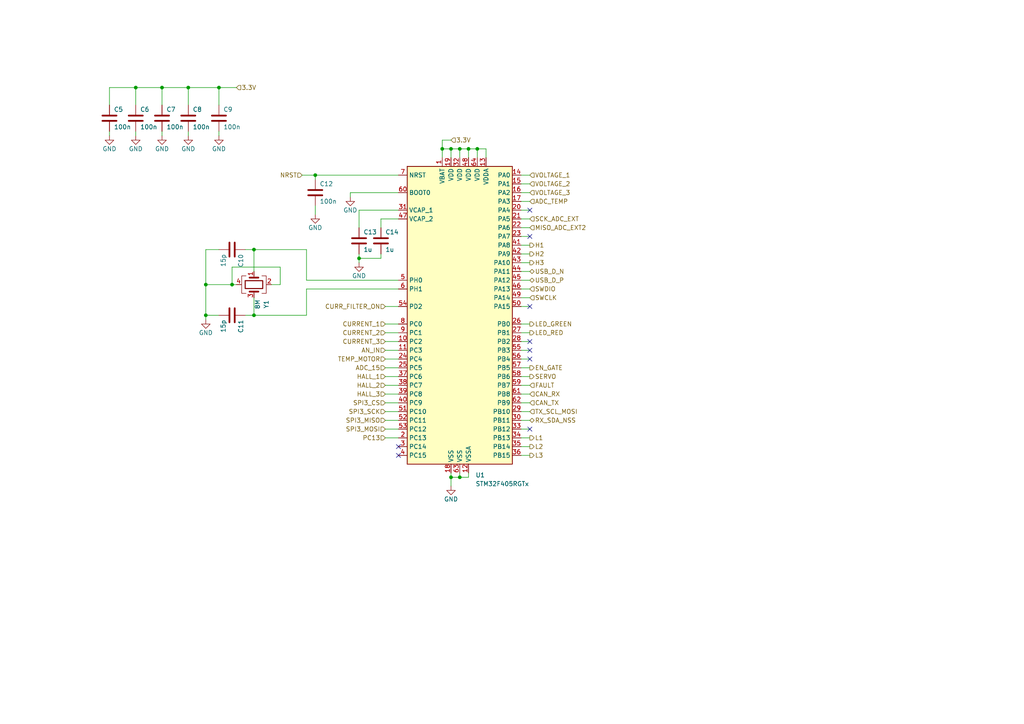
<source format=kicad_sch>
(kicad_sch (version 20231120) (generator "eeschema") (generator_version "8.0")
  (paper "A4")
  (lib_symbols
    (symbol "Device:C" (pin_numbers hide) (pin_names (offset 0.254))
      (property "Reference" "C" (at 0.635 2.54 0))
      (property "Value" "C" (at 0.635 -2.54 0))
      (symbol "C_0_1"
        (polyline (pts (xy -2.032 -0.762) (xy 2.032 -0.762)) (stroke (width 0.508)))
        (polyline (pts (xy -2.032 0.762) (xy 2.032 0.762)) (stroke (width 0.508)))
      )
      (symbol "C_1_1"
        (pin passive line (at 0 3.81 270) (length 2.794) (name "~") (number "1"))
        (pin passive line (at 0 -3.81 90) (length 2.794) (name "~") (number "2"))
      )
    )
    (symbol "Device:Crystal_GND24" (pin_names (offset 1.016) hide)
      (property "Reference" "Y" (at 3.175 5.08 0))
      (property "Value" "Crystal_GND24" (at 3.175 3.175 0))
      (symbol "Crystal_GND24_0_1"
        (rectangle (start -1.143 2.54) (end 1.143 -2.54) (stroke (width 0.3048)))
        (polyline (pts (xy -2.54 0) (xy -2.032 0)))
        (polyline (pts (xy -2.032 -1.27) (xy -2.032 1.27)) (stroke (width 0.508)))
        (polyline (pts (xy 0 -3.81) (xy 0 -3.556)))
        (polyline (pts (xy 0 3.556) (xy 0 3.81)))
        (polyline (pts (xy 2.032 -1.27) (xy 2.032 1.27)) (stroke (width 0.508)))
        (polyline (pts (xy 2.032 0) (xy 2.54 0)))
        (polyline (pts (xy -2.54 -2.286) (xy -2.54 -3.556) (xy 2.54 -3.556) (xy 2.54 -2.286)))
        (polyline (pts (xy -2.54 2.286) (xy -2.54 3.556) (xy 2.54 3.556) (xy 2.54 2.286)))
      )
      (symbol "Crystal_GND24_1_1"
        (pin passive line (at -3.81 0 0) (length 1.27) (name "1") (number "1"))
        (pin passive line (at 0 5.08 270) (length 1.27) (name "2") (number "2"))
        (pin passive line (at 3.81 0 180) (length 1.27) (name "3") (number "3"))
        (pin passive line (at 0 -5.08 90) (length 1.27) (name "4") (number "4"))
      )
    )
    (symbol "MCU_ST_STM32F4:STM32F405RGTx"
      (property "Reference" "U" (at -15.24 44.45 0))
      (property "Value" "STM32F405RGTx" (at 10.16 44.45 0))
      (symbol "STM32F405RGTx_0_1"
        (rectangle (start -15.24 -43.18) (end 15.24 43.18) (stroke (width 0.254)) (fill (type background)))
      )
      (symbol "STM32F405RGTx_1_1"
        (pin power_in line (at -5.08 45.72 270) (length 2.54) (name "VBAT") (number "1"))
        (pin bidirectional line (at -17.78 -7.62 0) (length 2.54) (name "PC2") (number "10"))
        (pin bidirectional line (at -17.78 -10.16 0) (length 2.54) (name "PC3") (number "11"))
        (pin power_in line (at 2.54 -45.72 90) (length 2.54) (name "VSSA") (number "12"))
        (pin power_in line (at 7.62 45.72 270) (length 2.54) (name "VDDA") (number "13"))
        (pin bidirectional line (at 17.78 40.64 180) (length 2.54) (name "PA0") (number "14"))
        (pin bidirectional line (at 17.78 38.1 180) (length 2.54) (name "PA1") (number "15"))
        (pin bidirectional line (at 17.78 35.56 180) (length 2.54) (name "PA2") (number "16"))
        (pin bidirectional line (at 17.78 33.02 180) (length 2.54) (name "PA3") (number "17"))
        (pin power_in line (at -2.54 -45.72 90) (length 2.54) (name "VSS") (number "18"))
        (pin power_in line (at -2.54 45.72 270) (length 2.54) (name "VDD") (number "19"))
        (pin bidirectional line (at -17.78 -35.56 0) (length 2.54) (name "PC13") (number "2"))
        (pin bidirectional line (at 17.78 30.48 180) (length 2.54) (name "PA4") (number "20"))
        (pin bidirectional line (at 17.78 27.94 180) (length 2.54) (name "PA5") (number "21"))
        (pin bidirectional line (at 17.78 25.4 180) (length 2.54) (name "PA6") (number "22"))
        (pin bidirectional line (at 17.78 22.86 180) (length 2.54) (name "PA7") (number "23"))
        (pin bidirectional line (at -17.78 -12.7 0) (length 2.54) (name "PC4") (number "24"))
        (pin bidirectional line (at -17.78 -15.24 0) (length 2.54) (name "PC5") (number "25"))
        (pin bidirectional line (at 17.78 -2.54 180) (length 2.54) (name "PB0") (number "26"))
        (pin bidirectional line (at 17.78 -5.08 180) (length 2.54) (name "PB1") (number "27"))
        (pin bidirectional line (at 17.78 -7.62 180) (length 2.54) (name "PB2") (number "28"))
        (pin bidirectional line (at 17.78 -27.94 180) (length 2.54) (name "PB10") (number "29"))
        (pin bidirectional line (at -17.78 -38.1 0) (length 2.54) (name "PC14") (number "3"))
        (pin bidirectional line (at 17.78 -30.48 180) (length 2.54) (name "PB11") (number "30"))
        (pin power_in line (at -17.78 30.48 0) (length 2.54) (name "VCAP_1") (number "31"))
        (pin power_in line (at 0 45.72 270) (length 2.54) (name "VDD") (number "32"))
        (pin bidirectional line (at 17.78 -33.02 180) (length 2.54) (name "PB12") (number "33"))
        (pin bidirectional line (at 17.78 -35.56 180) (length 2.54) (name "PB13") (number "34"))
        (pin bidirectional line (at 17.78 -38.1 180) (length 2.54) (name "PB14") (number "35"))
        (pin bidirectional line (at 17.78 -40.64 180) (length 2.54) (name "PB15") (number "36"))
        (pin bidirectional line (at -17.78 -17.78 0) (length 2.54) (name "PC6") (number "37"))
        (pin bidirectional line (at -17.78 -20.32 0) (length 2.54) (name "PC7") (number "38"))
        (pin bidirectional line (at -17.78 -22.86 0) (length 2.54) (name "PC8") (number "39"))
        (pin bidirectional line (at -17.78 -40.64 0) (length 2.54) (name "PC15") (number "4"))
        (pin bidirectional line (at -17.78 -25.4 0) (length 2.54) (name "PC9") (number "40"))
        (pin bidirectional line (at 17.78 20.32 180) (length 2.54) (name "PA8") (number "41"))
        (pin bidirectional line (at 17.78 17.78 180) (length 2.54) (name "PA9") (number "42"))
        (pin bidirectional line (at 17.78 15.24 180) (length 2.54) (name "PA10") (number "43"))
        (pin bidirectional line (at 17.78 12.7 180) (length 2.54) (name "PA11") (number "44"))
        (pin bidirectional line (at 17.78 10.16 180) (length 2.54) (name "PA12") (number "45"))
        (pin bidirectional line (at 17.78 7.62 180) (length 2.54) (name "PA13") (number "46"))
        (pin power_in line (at -17.78 27.94 0) (length 2.54) (name "VCAP_2") (number "47"))
        (pin power_in line (at 2.54 45.72 270) (length 2.54) (name "VDD") (number "48"))
        (pin bidirectional line (at 17.78 5.08 180) (length 2.54) (name "PA14") (number "49"))
        (pin input line (at -17.78 10.16 0) (length 2.54) (name "PH0") (number "5"))
        (pin bidirectional line (at 17.78 2.54 180) (length 2.54) (name "PA15") (number "50"))
        (pin bidirectional line (at -17.78 -27.94 0) (length 2.54) (name "PC10") (number "51"))
        (pin bidirectional line (at -17.78 -30.48 0) (length 2.54) (name "PC11") (number "52"))
        (pin bidirectional line (at -17.78 -33.02 0) (length 2.54) (name "PC12") (number "53"))
        (pin bidirectional line (at -17.78 2.54 0) (length 2.54) (name "PD2") (number "54"))
        (pin bidirectional line (at 17.78 -10.16 180) (length 2.54) (name "PB3") (number "55"))
        (pin bidirectional line (at 17.78 -12.7 180) (length 2.54) (name "PB4") (number "56"))
        (pin bidirectional line (at 17.78 -15.24 180) (length 2.54) (name "PB5") (number "57"))
        (pin bidirectional line (at 17.78 -17.78 180) (length 2.54) (name "PB6") (number "58"))
        (pin bidirectional line (at 17.78 -20.32 180) (length 2.54) (name "PB7") (number "59"))
        (pin input line (at -17.78 7.62 0) (length 2.54) (name "PH1") (number "6"))
        (pin input line (at -17.78 35.56 0) (length 2.54) (name "BOOT0") (number "60"))
        (pin bidirectional line (at 17.78 -22.86 180) (length 2.54) (name "PB8") (number "61"))
        (pin bidirectional line (at 17.78 -25.4 180) (length 2.54) (name "PB9") (number "62"))
        (pin power_in line (at 0 -45.72 90) (length 2.54) (name "VSS") (number "63"))
        (pin power_in line (at 5.08 45.72 270) (length 2.54) (name "VDD") (number "64"))
        (pin input line (at -17.78 40.64 0) (length 2.54) (name "NRST") (number "7"))
        (pin bidirectional line (at -17.78 -2.54 0) (length 2.54) (name "PC0") (number "8"))
        (pin bidirectional line (at -17.78 -5.08 0) (length 2.54) (name "PC1") (number "9"))
      )
    )
    (symbol "power:GND" (power) (pin_names (offset 0))
      (property "Value" "GND" (at 0 -3.81 0))
      (symbol "GND_0_1"
        (polyline (pts (xy 0 0) (xy 0 -1.27) (xy 1.27 -1.27) (xy 0 -2.54) (xy -1.27 -1.27) (xy 0 -1.27)))
      )
      (symbol "GND_1_1"
        (pin power_in line (at 0 0 270) (length 0) hide (name "GND") (number "1"))
      )
    )
  )
  (junction (at 91.44 50.8))
  (junction (at 59.69 82.55))
  (junction (at 133.35 138.43))
  (junction (at 104.14 74.93))
  (junction (at 46.99 25.4))
  (junction (at 130.81 43.18))
  (junction (at 138.43 43.18))
  (junction (at 130.81 138.43))
  (junction (at 59.69 91.44))
  (junction (at 135.89 43.18))
  (junction (at 63.5 25.4))
  (junction (at 39.37 25.4))
  (junction (at 128.27 43.18))
  (junction (at 73.66 72.39))
  (junction (at 73.66 91.44))
  (junction (at 133.35 43.18))
  (junction (at 67.31 82.55))
  (junction (at 54.61 25.4))
  (no_connect (at 153.67 68.58))
  (no_connect (at 153.67 99.06))
  (no_connect (at 153.67 88.9))
  (no_connect (at 115.57 132.08))
  (no_connect (at 115.57 129.54))
  (no_connect (at 153.67 104.14))
  (no_connect (at 153.67 101.6))
  (no_connect (at 153.67 60.96))
  (no_connect (at 153.67 124.46))
  (wire (pts (xy 151.13 53.34) (xy 153.67 53.34)))
  (wire (pts (xy 73.66 72.39) (xy 73.66 78.74)))
  (wire (pts (xy 151.13 86.36) (xy 153.67 86.36)))
  (wire (pts (xy 115.57 124.46) (xy 111.76 124.46)))
  (wire (pts (xy 115.57 63.5) (xy 110.49 63.5)))
  (wire (pts (xy 151.13 109.22) (xy 153.67 109.22)))
  (wire (pts (xy 39.37 25.4) (xy 31.75 25.4)))
  (wire (pts (xy 39.37 25.4) (xy 39.37 30.48)))
  (wire (pts (xy 151.13 78.74) (xy 153.67 78.74)))
  (wire (pts (xy 151.13 116.84) (xy 153.67 116.84)))
  (wire (pts (xy 91.44 59.69) (xy 91.44 62.23)))
  (wire (pts (xy 151.13 81.28) (xy 153.67 81.28)))
  (wire (pts (xy 68.58 25.4) (xy 63.5 25.4)))
  (wire (pts (xy 115.57 93.98) (xy 111.76 93.98)))
  (wire (pts (xy 115.57 116.84) (xy 111.76 116.84)))
  (wire (pts (xy 128.27 40.64) (xy 130.81 40.64)))
  (wire (pts (xy 140.97 43.18) (xy 140.97 45.72)))
  (wire (pts (xy 151.13 127) (xy 153.67 127)))
  (wire (pts (xy 130.81 43.18) (xy 133.35 43.18)))
  (wire (pts (xy 78.74 82.55) (xy 81.28 82.55)))
  (wire (pts (xy 151.13 119.38) (xy 153.67 119.38)))
  (wire (pts (xy 81.28 77.47) (xy 67.31 77.47)))
  (wire (pts (xy 115.57 96.52) (xy 111.76 96.52)))
  (wire (pts (xy 71.12 72.39) (xy 73.66 72.39)))
  (wire (pts (xy 63.5 91.44) (xy 59.69 91.44)))
  (wire (pts (xy 91.44 52.07) (xy 91.44 50.8)))
  (wire (pts (xy 128.27 43.18) (xy 130.81 43.18)))
  (wire (pts (xy 59.69 91.44) (xy 59.69 82.55)))
  (wire (pts (xy 151.13 60.96) (xy 153.67 60.96)))
  (wire (pts (xy 104.14 74.93) (xy 104.14 76.2)))
  (wire (pts (xy 63.5 38.1) (xy 63.5 39.37)))
  (wire (pts (xy 151.13 76.2) (xy 153.67 76.2)))
  (wire (pts (xy 115.57 127) (xy 111.76 127)))
  (wire (pts (xy 151.13 71.12) (xy 153.67 71.12)))
  (wire (pts (xy 128.27 43.18) (xy 128.27 45.72)))
  (wire (pts (xy 135.89 45.72) (xy 135.89 43.18)))
  (wire (pts (xy 91.44 50.8) (xy 115.57 50.8)))
  (wire (pts (xy 104.14 74.93) (xy 110.49 74.93)))
  (wire (pts (xy 115.57 60.96) (xy 104.14 60.96)))
  (wire (pts (xy 135.89 137.16) (xy 135.89 138.43)))
  (wire (pts (xy 151.13 129.54) (xy 153.67 129.54)))
  (wire (pts (xy 88.9 83.82) (xy 115.57 83.82)))
  (wire (pts (xy 87.63 50.8) (xy 91.44 50.8)))
  (wire (pts (xy 130.81 43.18) (xy 130.81 45.72)))
  (wire (pts (xy 115.57 121.92) (xy 111.76 121.92)))
  (wire (pts (xy 31.75 25.4) (xy 31.75 30.48)))
  (wire (pts (xy 151.13 104.14) (xy 153.67 104.14)))
  (wire (pts (xy 151.13 83.82) (xy 153.67 83.82)))
  (wire (pts (xy 104.14 73.66) (xy 104.14 74.93)))
  (wire (pts (xy 151.13 88.9) (xy 153.67 88.9)))
  (wire (pts (xy 115.57 111.76) (xy 111.76 111.76)))
  (wire (pts (xy 54.61 38.1) (xy 54.61 39.37)))
  (wire (pts (xy 133.35 137.16) (xy 133.35 138.43)))
  (wire (pts (xy 101.6 55.88) (xy 115.57 55.88)))
  (wire (pts (xy 115.57 104.14) (xy 111.76 104.14)))
  (wire (pts (xy 88.9 91.44) (xy 88.9 83.82)))
  (wire (pts (xy 73.66 91.44) (xy 71.12 91.44)))
  (wire (pts (xy 31.75 38.1) (xy 31.75 39.37)))
  (wire (pts (xy 39.37 38.1) (xy 39.37 39.37)))
  (wire (pts (xy 151.13 96.52) (xy 153.67 96.52)))
  (wire (pts (xy 115.57 119.38) (xy 111.76 119.38)))
  (wire (pts (xy 101.6 57.15) (xy 101.6 55.88)))
  (wire (pts (xy 128.27 40.64) (xy 128.27 43.18)))
  (wire (pts (xy 59.69 91.44) (xy 59.69 92.71)))
  (wire (pts (xy 151.13 121.92) (xy 153.67 121.92)))
  (wire (pts (xy 151.13 106.68) (xy 153.67 106.68)))
  (wire (pts (xy 115.57 88.9) (xy 111.76 88.9)))
  (wire (pts (xy 104.14 60.96) (xy 104.14 66.04)))
  (wire (pts (xy 133.35 45.72) (xy 133.35 43.18)))
  (wire (pts (xy 138.43 43.18) (xy 138.43 45.72)))
  (wire (pts (xy 46.99 25.4) (xy 39.37 25.4)))
  (wire (pts (xy 67.31 82.55) (xy 59.69 82.55)))
  (wire (pts (xy 138.43 43.18) (xy 140.97 43.18)))
  (wire (pts (xy 151.13 124.46) (xy 153.67 124.46)))
  (wire (pts (xy 130.81 137.16) (xy 130.81 138.43)))
  (wire (pts (xy 151.13 111.76) (xy 153.67 111.76)))
  (wire (pts (xy 133.35 138.43) (xy 135.89 138.43)))
  (wire (pts (xy 63.5 25.4) (xy 63.5 30.48)))
  (wire (pts (xy 130.81 138.43) (xy 130.81 140.97)))
  (wire (pts (xy 54.61 25.4) (xy 46.99 25.4)))
  (wire (pts (xy 73.66 91.44) (xy 88.9 91.44)))
  (wire (pts (xy 151.13 55.88) (xy 153.67 55.88)))
  (wire (pts (xy 115.57 101.6) (xy 111.76 101.6)))
  (wire (pts (xy 73.66 72.39) (xy 88.9 72.39)))
  (wire (pts (xy 151.13 101.6) (xy 153.67 101.6)))
  (wire (pts (xy 81.28 82.55) (xy 81.28 77.47)))
  (wire (pts (xy 135.89 43.18) (xy 138.43 43.18)))
  (wire (pts (xy 54.61 25.4) (xy 54.61 30.48)))
  (wire (pts (xy 151.13 68.58) (xy 153.67 68.58)))
  (wire (pts (xy 151.13 58.42) (xy 153.67 58.42)))
  (wire (pts (xy 151.13 50.8) (xy 153.67 50.8)))
  (wire (pts (xy 115.57 114.3) (xy 111.76 114.3)))
  (wire (pts (xy 73.66 86.36) (xy 73.66 91.44)))
  (wire (pts (xy 151.13 73.66) (xy 153.67 73.66)))
  (wire (pts (xy 115.57 99.06) (xy 111.76 99.06)))
  (wire (pts (xy 67.31 77.47) (xy 67.31 82.55)))
  (wire (pts (xy 110.49 63.5) (xy 110.49 66.04)))
  (wire (pts (xy 59.69 72.39) (xy 63.5 72.39)))
  (wire (pts (xy 88.9 72.39) (xy 88.9 81.28)))
  (wire (pts (xy 151.13 66.04) (xy 153.67 66.04)))
  (wire (pts (xy 133.35 43.18) (xy 135.89 43.18)))
  (wire (pts (xy 46.99 38.1) (xy 46.99 39.37)))
  (wire (pts (xy 151.13 132.08) (xy 153.67 132.08)))
  (wire (pts (xy 115.57 109.22) (xy 111.76 109.22)))
  (wire (pts (xy 151.13 63.5) (xy 153.67 63.5)))
  (wire (pts (xy 130.81 138.43) (xy 133.35 138.43)))
  (wire (pts (xy 151.13 93.98) (xy 153.67 93.98)))
  (wire (pts (xy 151.13 114.3) (xy 153.67 114.3)))
  (wire (pts (xy 151.13 99.06) (xy 153.67 99.06)))
  (wire (pts (xy 115.57 106.68) (xy 111.76 106.68)))
  (wire (pts (xy 59.69 82.55) (xy 59.69 72.39)))
  (wire (pts (xy 63.5 25.4) (xy 54.61 25.4)))
  (wire (pts (xy 88.9 81.28) (xy 115.57 81.28)))
  (wire (pts (xy 68.58 82.55) (xy 67.31 82.55)))
  (wire (pts (xy 110.49 74.93) (xy 110.49 73.66)))
  (wire (pts (xy 46.99 25.4) (xy 46.99 30.48)))
  (hierarchical_label "L2" (shape output) (at 153.67 129.54 0))
  (hierarchical_label "SPI3_MOSI" (shape input) (at 111.76 124.46 180))
  (hierarchical_label "TX_SCL_MOSI" (shape input) (at 153.67 119.38 0))
  (hierarchical_label "SPI3_SCK" (shape input) (at 111.76 119.38 180))
  (hierarchical_label "LED_GREEN" (shape output) (at 153.67 93.98 0))
  (hierarchical_label "H1" (shape output) (at 153.67 71.12 0))
  (hierarchical_label "CAN_RX" (shape input) (at 153.67 114.3 0))
  (hierarchical_label "USB_D_N" (shape bidirectional) (at 153.67 78.74 0))
  (hierarchical_label "L1" (shape output) (at 153.67 127 0))
  (hierarchical_label "VOLTAGE_3" (shape input) (at 153.67 55.88 0))
  (hierarchical_label "NRST" (shape input) (at 87.63 50.8 180))
  (hierarchical_label "RX_SDA_NSS" (shape bidirectional) (at 153.67 121.92 0))
  (hierarchical_label "SPI3_MISO" (shape input) (at 111.76 121.92 180))
  (hierarchical_label "CURRENT_3" (shape input) (at 111.76 99.06 180))
  (hierarchical_label "CURR_FILTER_ON" (shape input) (at 111.76 88.9 180))
  (hierarchical_label "VOLTAGE_1" (shape input) (at 153.67 50.8 0))
  (hierarchical_label "3.3V" (shape input) (at 130.81 40.64 0))
  (hierarchical_label "SCK_ADC_EXT" (shape input) (at 153.67 63.5 0))
  (hierarchical_label "PC13" (shape input) (at 111.76 127 180))
  (hierarchical_label "AN_IN" (shape input) (at 111.76 101.6 180))
  (hierarchical_label "LED_RED" (shape output) (at 153.67 96.52 0))
  (hierarchical_label "CURRENT_2" (shape input) (at 111.76 96.52 180))
  (hierarchical_label "SERVO" (shape output) (at 153.67 109.22 0))
  (hierarchical_label "HALL_1" (shape input) (at 111.76 109.22 180))
  (hierarchical_label "ADC_15" (shape input) (at 111.76 106.68 180))
  (hierarchical_label "MISO_ADC_EXT2" (shape input) (at 153.67 66.04 0))
  (hierarchical_label "H3" (shape output) (at 153.67 76.2 0))
  (hierarchical_label "EN_GATE" (shape output) (at 153.67 106.68 0))
  (hierarchical_label "CURRENT_1" (shape input) (at 111.76 93.98 180))
  (hierarchical_label "ADC_TEMP" (shape input) (at 153.67 58.42 0))
  (hierarchical_label "SWDIO" (shape input) (at 153.67 83.82 0))
  (hierarchical_label "USB_D_P" (shape bidirectional) (at 153.67 81.28 0))
  (hierarchical_label "HALL_3" (shape input) (at 111.76 114.3 180))
  (hierarchical_label "3.3V" (shape input) (at 68.58 25.4 0))
  (hierarchical_label "TEMP_MOTOR" (shape input) (at 111.76 104.14 180))
  (hierarchical_label "FAULT" (shape input) (at 153.67 111.76 0))
  (hierarchical_label "HALL_2" (shape input) (at 111.76 111.76 180))
  (hierarchical_label "L3" (shape output) (at 153.67 132.08 0))
  (hierarchical_label "H2" (shape output) (at 153.67 73.66 0))
  (hierarchical_label "CAN_TX" (shape input) (at 153.67 116.84 0))
  (hierarchical_label "SWCLK" (shape input) (at 153.67 86.36 0))
  (hierarchical_label "SPI3_CS" (shape input) (at 111.76 116.84 180))
  (hierarchical_label "VOLTAGE_2" (shape input) (at 153.67 53.34 0))
  (symbol (lib_id "power:GND") (at 31.75 39.37 0) (unit 1)
    (property "Reference" "#PWR013" (effects (hide yes)))
    (property "Value" "GND" (at 31.75 43.18 0))
    (instances (project "vesc6" (path "" (reference "#PWR013") (unit 1)) (path "" (reference "#PWR068") (unit 1))))
  )
  (symbol (lib_id "power:GND") (at 46.99 39.37 0) (unit 1)
    (property "Reference" "#PWR015" (effects (hide yes)))
    (property "Value" "GND" (at 46.99 43.18 0))
    (instances (project "vesc6" (path "" (reference "#PWR015") (unit 1)) (path "" (reference "#PWR070") (unit 1))))
  )
  (symbol (lib_id "Device:C") (at 91.44 55.88 0) (unit 1)
    (property "Reference" "C12" (at 92.71 53.34 0) (effects (justify left)))
    (property "Value" "100n" (at 92.71 58.42 0) (effects (justify left)))
    (property "Footprint" "Capacitor_SMD:C_0603_1608Metric" (effects (hide yes)))
    (property "Voltage" "100V" (effects (hide yes)))
    (instances (project "vesc6" (path "" (reference "C12") (unit 1)) (path "" (reference "C89") (unit 1))))
  )
  (symbol (lib_id "Device:C") (at 39.37 34.29 0) (unit 1)
    (property "Reference" "C6" (at 40.64 31.75 0) (effects (justify left)))
    (property "Value" "100n" (at 40.64 36.83 0) (effects (justify left)))
    (property "Footprint" "Capacitor_SMD:C_0603_1608Metric" (effects (hide yes)))
    (property "Voltage" "100V" (effects (hide yes)))
    (instances (project "vesc6" (path "" (reference "C6") (unit 1)) (path "" (reference "C83") (unit 1))))
  )
  (symbol (lib_id "Device:C") (at 63.5 34.29 0) (unit 1)
    (property "Reference" "C9" (at 64.77 31.75 0) (effects (justify left)))
    (property "Value" "100n" (at 64.77 36.83 0) (effects (justify left)))
    (property "Footprint" "Capacitor_SMD:C_0603_1608Metric" (effects (hide yes)))
    (property "Voltage" "100V" (effects (hide yes)))
    (instances (project "vesc6" (path "" (reference "C9") (unit 1)) (path "" (reference "C86") (unit 1))))
  )
  (symbol (lib_id "Device:C") (at 54.61 34.29 0) (unit 1)
    (property "Reference" "C8" (at 55.88 31.75 0) (effects (justify left)))
    (property "Value" "100n" (at 55.88 36.83 0) (effects (justify left)))
    (property "Footprint" "Capacitor_SMD:C_0603_1608Metric" (effects (hide yes)))
    (property "Voltage" "100V" (effects (hide yes)))
    (instances (project "vesc6" (path "" (reference "C8") (unit 1)) (path "" (reference "C85") (unit 1))))
  )
  (symbol (lib_id "power:GND") (at 130.81 140.97 0) (unit 1)
    (property "Reference" "#PWR022" (effects (hide yes)))
    (property "Value" "GND" (at 130.81 144.78 0))
    (instances (project "vesc6" (path "" (reference "#PWR022") (unit 1)) (path "" (reference "#PWR077") (unit 1))))
  )
  (symbol (lib_id "power:GND") (at 63.5 39.37 0) (unit 1)
    (property "Reference" "#PWR018" (effects (hide yes)))
    (property "Value" "GND" (at 63.5 43.18 0))
    (instances (project "vesc6" (path "" (reference "#PWR018") (unit 1)) (path "" (reference "#PWR073") (unit 1))))
  )
  (symbol (lib_id "power:GND") (at 39.37 39.37 0) (unit 1)
    (property "Reference" "#PWR014" (effects (hide yes)))
    (property "Value" "GND" (at 39.37 43.18 0))
    (instances (project "vesc6" (path "" (reference "#PWR014") (unit 1)) (path "" (reference "#PWR069") (unit 1))))
  )
  (symbol (lib_id "Device:C") (at 46.99 34.29 0) (unit 1)
    (property "Reference" "C7" (at 48.26 31.75 0) (effects (justify left)))
    (property "Value" "100n" (at 48.26 36.83 0) (effects (justify left)))
    (property "Footprint" "Capacitor_SMD:C_0603_1608Metric" (effects (hide yes)))
    (property "Voltage" "100V" (effects (hide yes)))
    (instances (project "vesc6" (path "" (reference "C7") (unit 1)) (path "" (reference "C84") (unit 1))))
  )
  (symbol (lib_id "Device:C") (at 67.31 91.44 270) (unit 1)
    (property "Reference" "C11" (at 69.85 92.71 0) (effects (justify left)))
    (property "Value" "15p" (at 64.77 92.71 0) (effects (justify left)))
    (property "Footprint" "Capacitor_SMD:C_0603_1608Metric" (effects (hide yes)))
    (property "Voltage" "50V" (effects (hide yes)))
    (instances (project "vesc6" (path "" (reference "C11") (unit 1)) (path "" (reference "C88") (unit 1))))
  )
  (symbol (lib_id "Device:C") (at 67.31 72.39 270) (unit 1)
    (property "Reference" "C10" (at 69.85 73.66 0) (effects (justify left)))
    (property "Value" "15p" (at 64.77 73.66 0) (effects (justify left)))
    (property "Footprint" "Capacitor_SMD:C_0603_1608Metric" (effects (hide yes)))
    (property "Voltage" "50V" (effects (hide yes)))
    (instances (project "vesc6" (path "" (reference "C10") (unit 1)) (path "" (reference "C87") (unit 1))))
  )
  (symbol (lib_id "Device:C") (at 31.75 34.29 0) (unit 1)
    (property "Reference" "C5" (at 33.02 31.75 0) (effects (justify left)))
    (property "Value" "100n" (at 33.02 36.83 0) (effects (justify left)))
    (property "Footprint" "Capacitor_SMD:C_0603_1608Metric" (effects (hide yes)))
    (property "Voltage" "100V" (effects (hide yes)))
    (instances (project "vesc6" (path "" (reference "C5") (unit 1)) (path "" (reference "C82") (unit 1))))
  )
  (symbol (lib_id "Device:C") (at 110.49 69.85 0) (unit 1)
    (property "Reference" "C14" (at 111.76 67.31 0) (effects (justify left)))
    (property "Value" "1u" (at 111.76 72.39 0) (effects (justify left)))
    (property "Footprint" "Capacitor_SMD:C_0603_1608Metric" (effects (hide yes)))
    (property "Voltage" "50V" (effects (hide yes)))
    (instances (project "vesc6" (path "" (reference "C14") (unit 1)) (path "" (reference "C91") (unit 1))))
  )
  (symbol (lib_id "MCU_ST_STM32F4:STM32F405RGTx") (at 133.35 91.44 0) (unit 1)
    (property "Reference" "U1" (at 137.9094 137.795 0) (effects (justify left)))
    (property "Value" "STM32F405RGTx" (at 137.9094 140.335 0) (effects (justify left)))
    (property "Footprint" "Package_QFP:LQFP-64_10x10mm_P0.5mm" (effects (hide yes)))
    (property "Datasheet" "http://www.st.com/st-web-ui/static/active/en/resource/technical/document/datasheet/DM00037051.pdf" (effects (hide yes)))
    (property "LCSC-PN" "C15742" (effects (hide yes)))
    (instances (project "vesc6" (path "" (reference "U1") (unit 1)) (path "" (reference "U20") (unit 1))))
  )
  (symbol (lib_id "power:GND") (at 59.69 92.71 0) (unit 1)
    (property "Reference" "#PWR017" (effects (hide yes)))
    (property "Value" "GND" (at 59.69 96.52 0))
    (instances (project "vesc6" (path "" (reference "#PWR017") (unit 1)) (path "" (reference "#PWR072") (unit 1))))
  )
  (symbol (lib_id "power:GND") (at 101.6 57.15 0) (unit 1)
    (property "Reference" "#PWR020" (effects (hide yes)))
    (property "Value" "GND" (at 101.6 60.96 0))
    (instances (project "vesc6" (path "" (reference "#PWR020") (unit 1)) (path "" (reference "#PWR075") (unit 1))))
  )
  (symbol (lib_id "power:GND") (at 91.44 62.23 0) (unit 1)
    (property "Reference" "#PWR019" (effects (hide yes)))
    (property "Value" "GND" (at 91.44 66.04 0))
    (instances (project "vesc6" (path "" (reference "#PWR019") (unit 1)) (path "" (reference "#PWR074") (unit 1))))
  )
  (symbol (lib_id "Device:Crystal_GND24") (at 73.66 82.55 270) (unit 1)
    (property "Reference" "Y1" (at 77.2414 88.265 0))
    (property "Value" "8M" (at 74.7014 88.265 0))
    (property "Footprint" "Crystal:Crystal_SMD_EuroQuartz_MT-4Pin_3.2x2.5mm_HandSoldering" (effects (hide yes)))
    (instances (project "vesc6" (path "" (reference "Y1") (unit 1)) (path "" (reference "Y2") (unit 1))))
  )
  (symbol (lib_id "power:GND") (at 104.14 76.2 0) (unit 1)
    (property "Reference" "#PWR021" (effects (hide yes)))
    (property "Value" "GND" (at 104.14 80.01 0))
    (instances (project "vesc6" (path "" (reference "#PWR021") (unit 1)) (path "" (reference "#PWR076") (unit 1))))
  )
  (symbol (lib_id "power:GND") (at 54.61 39.37 0) (unit 1)
    (property "Reference" "#PWR016" (effects (hide yes)))
    (property "Value" "GND" (at 54.61 43.18 0))
    (instances (project "vesc6" (path "" (reference "#PWR016") (unit 1)) (path "" (reference "#PWR071") (unit 1))))
  )
  (symbol (lib_id "Device:C") (at 104.14 69.85 0) (unit 1)
    (property "Reference" "C13" (at 105.41 67.31 0) (effects (justify left)))
    (property "Value" "1u" (at 105.41 72.39 0) (effects (justify left)))
    (property "Footprint" "Capacitor_SMD:C_0603_1608Metric" (effects (hide yes)))
    (property "Voltage" "50V" (effects (hide yes)))
    (instances (project "vesc6" (path "" (reference "C13") (unit 1)) (path "" (reference "C90") (unit 1))))
  )
)
</source>
